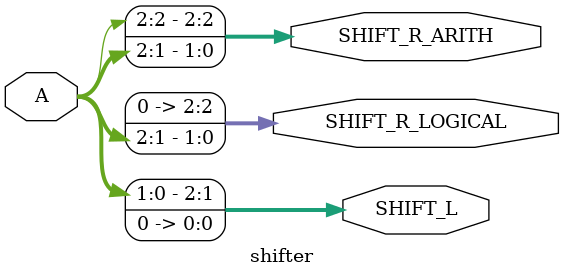
<source format=sv>
`timescale 1ns / 1ps


module shifter(
    input signed [2:0] A,   // Treats A as a signed value
    output signed [2:0] SHIFT_L,    // Left shift. Same for logical and arithmetic
    output signed [2:0] SHIFT_R_LOGICAL,    // Right logical shift
    output signed [2:0] SHIFT_R_ARITH       // Right arithmetic shift
    );
    
    assign SHIFT_L = A << 1;
    assign SHIFT_R_LOGICAL = A >> 1;    // no sign extension
    assign SHIFT_R_ARITH = A >>> 1; //sign extension

    
endmodule

</source>
